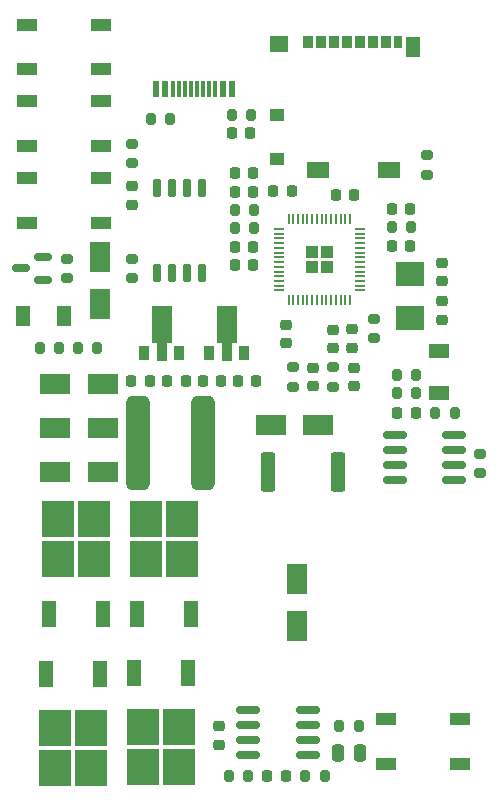
<source format=gbr>
%TF.GenerationSoftware,KiCad,Pcbnew,(6.99.0-874-g7b84e0a7d9-dirty)*%
%TF.CreationDate,2022-02-16T19:00:37-05:00*%
%TF.ProjectId,MotorcycleBatterIsolator,4d6f746f-7263-4796-936c-654261747465,rev?*%
%TF.SameCoordinates,Original*%
%TF.FileFunction,Paste,Top*%
%TF.FilePolarity,Positive*%
%FSLAX46Y46*%
G04 Gerber Fmt 4.6, Leading zero omitted, Abs format (unit mm)*
G04 Created by KiCad (PCBNEW (6.99.0-874-g7b84e0a7d9-dirty)) date 2022-02-16 19:00:37*
%MOMM*%
%LPD*%
G01*
G04 APERTURE LIST*
G04 Aperture macros list*
%AMRoundRect*
0 Rectangle with rounded corners*
0 $1 Rounding radius*
0 $2 $3 $4 $5 $6 $7 $8 $9 X,Y pos of 4 corners*
0 Add a 4 corners polygon primitive as box body*
4,1,4,$2,$3,$4,$5,$6,$7,$8,$9,$2,$3,0*
0 Add four circle primitives for the rounded corners*
1,1,$1+$1,$2,$3*
1,1,$1+$1,$4,$5*
1,1,$1+$1,$6,$7*
1,1,$1+$1,$8,$9*
0 Add four rect primitives between the rounded corners*
20,1,$1+$1,$2,$3,$4,$5,0*
20,1,$1+$1,$4,$5,$6,$7,0*
20,1,$1+$1,$6,$7,$8,$9,0*
20,1,$1+$1,$8,$9,$2,$3,0*%
%AMFreePoly0*
4,1,9,3.862500,-0.866500,0.737500,-0.866500,0.737500,-0.450000,-0.737500,-0.450000,-0.737500,0.450000,0.737500,0.450000,0.737500,0.866500,3.862500,0.866500,3.862500,-0.866500,3.862500,-0.866500,$1*%
G04 Aperture macros list end*
%ADD10RoundRect,0.225000X-0.225000X-0.250000X0.225000X-0.250000X0.225000X0.250000X-0.225000X0.250000X0*%
%ADD11RoundRect,0.150000X0.825000X0.150000X-0.825000X0.150000X-0.825000X-0.150000X0.825000X-0.150000X0*%
%ADD12RoundRect,0.200000X0.200000X0.275000X-0.200000X0.275000X-0.200000X-0.275000X0.200000X-0.275000X0*%
%ADD13RoundRect,0.225000X-0.250000X0.225000X-0.250000X-0.225000X0.250000X-0.225000X0.250000X0.225000X0*%
%ADD14R,0.900000X1.300000*%
%ADD15FreePoly0,90.000000*%
%ADD16RoundRect,0.162500X-0.825000X-0.162500X0.825000X-0.162500X0.825000X0.162500X-0.825000X0.162500X0*%
%ADD17RoundRect,0.200000X-0.200000X-0.275000X0.200000X-0.275000X0.200000X0.275000X-0.200000X0.275000X0*%
%ADD18RoundRect,0.200000X0.275000X-0.200000X0.275000X0.200000X-0.275000X0.200000X-0.275000X-0.200000X0*%
%ADD19R,0.600000X1.450000*%
%ADD20R,0.300000X1.450000*%
%ADD21R,0.850000X1.100000*%
%ADD22R,0.750000X1.100000*%
%ADD23R,1.200000X1.000000*%
%ADD24R,1.550000X1.350000*%
%ADD25R,1.900000X1.350000*%
%ADD26R,1.170000X1.800000*%
%ADD27R,2.750000X3.050000*%
%ADD28R,1.200000X2.200000*%
%ADD29RoundRect,0.200000X-0.275000X0.200000X-0.275000X-0.200000X0.275000X-0.200000X0.275000X0.200000X0*%
%ADD30RoundRect,0.225000X0.225000X0.250000X-0.225000X0.250000X-0.225000X-0.250000X0.225000X-0.250000X0*%
%ADD31RoundRect,0.250000X0.250000X0.475000X-0.250000X0.475000X-0.250000X-0.475000X0.250000X-0.475000X0*%
%ADD32R,2.500000X1.800000*%
%ADD33R,1.700000X1.300000*%
%ADD34R,1.300000X1.700000*%
%ADD35RoundRect,0.150000X0.587500X0.150000X-0.587500X0.150000X-0.587500X-0.150000X0.587500X-0.150000X0*%
%ADD36R,1.800000X2.500000*%
%ADD37R,2.400000X2.000000*%
%ADD38R,1.700000X1.000000*%
%ADD39RoundRect,0.218750X0.256250X-0.218750X0.256250X0.218750X-0.256250X0.218750X-0.256250X-0.218750X0*%
%ADD40RoundRect,0.250000X0.292217X-0.292217X0.292217X0.292217X-0.292217X0.292217X-0.292217X-0.292217X0*%
%ADD41RoundRect,0.050000X0.050000X-0.387500X0.050000X0.387500X-0.050000X0.387500X-0.050000X-0.387500X0*%
%ADD42RoundRect,0.050000X0.387500X-0.050000X0.387500X0.050000X-0.387500X0.050000X-0.387500X-0.050000X0*%
%ADD43RoundRect,0.250000X-0.362500X-1.425000X0.362500X-1.425000X0.362500X1.425000X-0.362500X1.425000X0*%
%ADD44RoundRect,0.225000X0.250000X-0.225000X0.250000X0.225000X-0.250000X0.225000X-0.250000X-0.225000X0*%
%ADD45RoundRect,0.500000X0.500000X3.500000X-0.500000X3.500000X-0.500000X-3.500000X0.500000X-3.500000X0*%
%ADD46RoundRect,0.218750X0.218750X0.256250X-0.218750X0.256250X-0.218750X-0.256250X0.218750X-0.256250X0*%
%ADD47RoundRect,0.150000X0.150000X-0.650000X0.150000X0.650000X-0.150000X0.650000X-0.150000X-0.650000X0*%
G04 APERTURE END LIST*
D10*
%TO.C,C11*%
X147025000Y-120700000D03*
X148575000Y-120700000D03*
%TD*%
D11*
%TO.C,U4*%
X152225000Y-143655000D03*
X152225000Y-142385000D03*
X152225000Y-141115000D03*
X152225000Y-139845000D03*
X147275000Y-139845000D03*
X147275000Y-141115000D03*
X147275000Y-142385000D03*
X147275000Y-143655000D03*
%TD*%
D12*
%TO.C,R11*%
X141325000Y-168750000D03*
X139675000Y-168750000D03*
%TD*%
D13*
%TO.C,C1*%
X132367500Y-164525000D03*
X132367500Y-166075000D03*
%TD*%
%TO.C,C22*%
X138000000Y-130535000D03*
X138000000Y-132085000D03*
%TD*%
D12*
%TO.C,R18*%
X135325000Y-122350000D03*
X133675000Y-122350000D03*
%TD*%
D14*
%TO.C,U2*%
X131499999Y-132899999D03*
D15*
X133000000Y-132812500D03*
D14*
X134499999Y-132899999D03*
%TD*%
D16*
%TO.C,U1*%
X134830000Y-163145000D03*
X134830000Y-164415000D03*
X134830000Y-165685000D03*
X134830000Y-166955000D03*
X139905000Y-166955000D03*
X139905000Y-165685000D03*
X139905000Y-164415000D03*
X139905000Y-163145000D03*
%TD*%
D17*
%TO.C,R29*%
X147425000Y-136250000D03*
X149075000Y-136250000D03*
%TD*%
D18*
%TO.C,R15*%
X150000000Y-117825000D03*
X150000000Y-116175000D03*
%TD*%
D19*
%TO.C,J5*%
X133499999Y-110544999D03*
X132699999Y-110544999D03*
D20*
X131499999Y-110544999D03*
X130499999Y-110544999D03*
X129999999Y-110544999D03*
X128999999Y-110544999D03*
D19*
X127799999Y-110544999D03*
X126999999Y-110544999D03*
X126999999Y-110544999D03*
X127799999Y-110544999D03*
D20*
X128499999Y-110544999D03*
X129499999Y-110544999D03*
X130999999Y-110544999D03*
X131999999Y-110544999D03*
D19*
X132699999Y-110544999D03*
X133499999Y-110544999D03*
%TD*%
D10*
%TO.C,C14*%
X136975000Y-119150000D03*
X138525000Y-119150000D03*
%TD*%
D18*
%TO.C,R17*%
X145500000Y-131635000D03*
X145500000Y-129985000D03*
%TD*%
D14*
%TO.C,U6*%
X125999999Y-132899999D03*
D15*
X127500000Y-132812500D03*
D14*
X128999999Y-132899999D03*
%TD*%
D13*
%TO.C,C6*%
X125000000Y-118785000D03*
X125000000Y-120335000D03*
%TD*%
D21*
%TO.C,J2*%
X139894999Y-106609999D03*
X140994999Y-106609999D03*
X142094999Y-106609999D03*
X143194999Y-106609999D03*
X144294999Y-106609999D03*
X145394999Y-106609999D03*
X146494999Y-106609999D03*
D22*
X147544999Y-106609999D03*
D23*
X137259999Y-112759999D03*
X137259999Y-116459999D03*
D24*
X137434999Y-106734999D03*
D25*
X140759999Y-117434999D03*
X146729999Y-117434999D03*
D26*
X148754999Y-106959999D03*
%TD*%
D13*
%TO.C,C10*%
X151250000Y-125285000D03*
X151250000Y-126835000D03*
%TD*%
D27*
%TO.C,Q6*%
X118699999Y-150349999D03*
X121749999Y-150349999D03*
X118699999Y-146999999D03*
X121749999Y-146999999D03*
D28*
X117944999Y-154974999D03*
X122504999Y-154974999D03*
%TD*%
D29*
%TO.C,R10*%
X119500000Y-124925000D03*
X119500000Y-126575000D03*
%TD*%
D30*
%TO.C,C3*%
X132525000Y-135250000D03*
X130975000Y-135250000D03*
%TD*%
D31*
%TO.C,C2*%
X144317500Y-166750000D03*
X142417500Y-166750000D03*
%TD*%
D32*
%TO.C,D1*%
X122499999Y-139249999D03*
X118499999Y-139249999D03*
%TD*%
D33*
%TO.C,D13*%
X150999999Y-132749999D03*
X150999999Y-136249999D03*
%TD*%
D18*
%TO.C,R22*%
X142050000Y-135775000D03*
X142050000Y-134125000D03*
%TD*%
D17*
%TO.C,R23*%
X150675000Y-138000000D03*
X152325000Y-138000000D03*
%TD*%
D34*
%TO.C,D12*%
X119249999Y-129749999D03*
X115749999Y-129749999D03*
%TD*%
D13*
%TO.C,C21*%
X143600000Y-130900000D03*
X143600000Y-132450000D03*
%TD*%
D30*
%TO.C,C12*%
X135275000Y-119250000D03*
X133725000Y-119250000D03*
%TD*%
%TO.C,C15*%
X135275000Y-117700000D03*
X133725000Y-117700000D03*
%TD*%
%TO.C,C16*%
X126500000Y-135250000D03*
X124950000Y-135250000D03*
%TD*%
D10*
%TO.C,C13*%
X142250000Y-119560000D03*
X143800000Y-119560000D03*
%TD*%
D35*
%TO.C,Q7*%
X117437500Y-126700000D03*
X117437500Y-124800000D03*
X115562500Y-125750000D03*
%TD*%
D36*
%TO.C,D8*%
X138999999Y-151999999D03*
X138999999Y-155999999D03*
%TD*%
D10*
%TO.C,C5*%
X133475000Y-114250000D03*
X135025000Y-114250000D03*
%TD*%
D29*
%TO.C,R13*%
X125000000Y-115175000D03*
X125000000Y-116825000D03*
%TD*%
D37*
%TO.C,Y1*%
X148499999Y-129909999D03*
X148499999Y-126209999D03*
%TD*%
D27*
%TO.C,Q3*%
X121524999Y-164674999D03*
X118474999Y-164674999D03*
X121524999Y-168024999D03*
X118474999Y-168024999D03*
D28*
X122279999Y-160049999D03*
X117719999Y-160049999D03*
%TD*%
D38*
%TO.C,SW4*%
X122399999Y-115399999D03*
X116099999Y-115399999D03*
X122399999Y-111599999D03*
X116099999Y-111599999D03*
%TD*%
%TO.C,SW3*%
X122399999Y-121899999D03*
X116099999Y-121899999D03*
X122399999Y-118099999D03*
X116099999Y-118099999D03*
%TD*%
D17*
%TO.C,R12*%
X133175000Y-168750000D03*
X134825000Y-168750000D03*
%TD*%
D36*
%TO.C,D10*%
X122249999Y-128749999D03*
X122249999Y-124749999D03*
%TD*%
D39*
%TO.C,D9*%
X143800000Y-135737500D03*
X143800000Y-134162500D03*
%TD*%
D30*
%TO.C,C4*%
X135525000Y-135250000D03*
X133975000Y-135250000D03*
%TD*%
D32*
%TO.C,D3*%
X122499999Y-142999999D03*
X118499999Y-142999999D03*
%TD*%
D12*
%TO.C,R27*%
X118825000Y-132500000D03*
X117175000Y-132500000D03*
%TD*%
D17*
%TO.C,R20*%
X126600000Y-113060000D03*
X128250000Y-113060000D03*
%TD*%
D10*
%TO.C,C8*%
X147475000Y-138000000D03*
X149025000Y-138000000D03*
%TD*%
D40*
%TO.C,U5*%
X140212500Y-125647500D03*
X141487500Y-125647500D03*
X140212500Y-124372500D03*
X141487500Y-124372500D03*
D41*
X138250000Y-128447500D03*
X138650000Y-128447500D03*
X139050000Y-128447500D03*
X139450000Y-128447500D03*
X139850000Y-128447500D03*
X140250000Y-128447500D03*
X140650000Y-128447500D03*
X141050000Y-128447500D03*
X141450000Y-128447500D03*
X141850000Y-128447500D03*
X142250000Y-128447500D03*
X142650000Y-128447500D03*
X143050000Y-128447500D03*
X143450000Y-128447500D03*
D42*
X144287500Y-127610000D03*
X144287500Y-127210000D03*
X144287500Y-126810000D03*
X144287500Y-126410000D03*
X144287500Y-126010000D03*
X144287500Y-125610000D03*
X144287500Y-125210000D03*
X144287500Y-124810000D03*
X144287500Y-124410000D03*
X144287500Y-124010000D03*
X144287500Y-123610000D03*
X144287500Y-123210000D03*
X144287500Y-122810000D03*
X144287500Y-122410000D03*
D41*
X143450000Y-121572500D03*
X143050000Y-121572500D03*
X142650000Y-121572500D03*
X142250000Y-121572500D03*
X141850000Y-121572500D03*
X141450000Y-121572500D03*
X141050000Y-121572500D03*
X140650000Y-121572500D03*
X140250000Y-121572500D03*
X139850000Y-121572500D03*
X139450000Y-121572500D03*
X139050000Y-121572500D03*
X138650000Y-121572500D03*
X138250000Y-121572500D03*
D42*
X137412500Y-122410000D03*
X137412500Y-122810000D03*
X137412500Y-123210000D03*
X137412500Y-123610000D03*
X137412500Y-124010000D03*
X137412500Y-124410000D03*
X137412500Y-124810000D03*
X137412500Y-125210000D03*
X137412500Y-125610000D03*
X137412500Y-126010000D03*
X137412500Y-126410000D03*
X137412500Y-126810000D03*
X137412500Y-127210000D03*
X137412500Y-127610000D03*
%TD*%
D27*
%TO.C,Q2*%
X128999999Y-164599999D03*
X125949999Y-164599999D03*
X128999999Y-167949999D03*
X125949999Y-167949999D03*
D28*
X129754999Y-159974999D03*
X125194999Y-159974999D03*
%TD*%
D38*
%TO.C,SW1*%
X146467499Y-163899999D03*
X152767499Y-163899999D03*
X146467499Y-167699999D03*
X152767499Y-167699999D03*
%TD*%
D13*
%TO.C,C20*%
X142000000Y-130925000D03*
X142000000Y-132475000D03*
%TD*%
D27*
%TO.C,Q5*%
X126199999Y-150349999D03*
X129249999Y-150349999D03*
X126199999Y-146999999D03*
X129249999Y-146999999D03*
D28*
X125444999Y-154974999D03*
X130004999Y-154974999D03*
%TD*%
D30*
%TO.C,C19*%
X129550000Y-135250000D03*
X128000000Y-135250000D03*
%TD*%
D12*
%TO.C,R1*%
X144192500Y-164500000D03*
X142542500Y-164500000D03*
%TD*%
D43*
%TO.C,R14*%
X136537500Y-143000000D03*
X142462500Y-143000000D03*
%TD*%
D39*
%TO.C,D11*%
X140350000Y-135712500D03*
X140350000Y-134137500D03*
%TD*%
D12*
%TO.C,R21*%
X135075000Y-112750000D03*
X133425000Y-112750000D03*
%TD*%
%TO.C,R26*%
X122075000Y-132500000D03*
X120425000Y-132500000D03*
%TD*%
D30*
%TO.C,C17*%
X135275000Y-123900000D03*
X133725000Y-123900000D03*
%TD*%
D32*
%TO.C,D7*%
X140749999Y-138999999D03*
X136749999Y-138999999D03*
%TD*%
D30*
%TO.C,C9*%
X135275000Y-125450000D03*
X133725000Y-125450000D03*
%TD*%
D10*
%TO.C,C18*%
X147000000Y-123810000D03*
X148550000Y-123810000D03*
%TD*%
D12*
%TO.C,R28*%
X148625000Y-122250000D03*
X146975000Y-122250000D03*
%TD*%
D32*
%TO.C,D2*%
X122499999Y-135499999D03*
X118499999Y-135499999D03*
%TD*%
D44*
%TO.C,C7*%
X151250000Y-130085000D03*
X151250000Y-128535000D03*
%TD*%
D18*
%TO.C,R25*%
X154500000Y-143075000D03*
X154500000Y-141425000D03*
%TD*%
%TO.C,R24*%
X138600000Y-135750000D03*
X138600000Y-134100000D03*
%TD*%
D12*
%TO.C,R19*%
X135325000Y-120800000D03*
X133675000Y-120800000D03*
%TD*%
D38*
%TO.C,SW2*%
X122399999Y-108899999D03*
X116099999Y-108899999D03*
X122399999Y-105099999D03*
X116099999Y-105099999D03*
%TD*%
D45*
%TO.C,R4*%
X131000000Y-140500000D03*
X125500000Y-140500000D03*
%TD*%
D17*
%TO.C,R30*%
X147425000Y-134750000D03*
X149075000Y-134750000D03*
%TD*%
D46*
%TO.C,D6*%
X138037500Y-168750000D03*
X136462500Y-168750000D03*
%TD*%
D29*
%TO.C,R16*%
X125000000Y-124925000D03*
X125000000Y-126575000D03*
%TD*%
D47*
%TO.C,U3*%
X127095000Y-126160000D03*
X128365000Y-126160000D03*
X129635000Y-126160000D03*
X130905000Y-126160000D03*
X130905000Y-118960000D03*
X129635000Y-118960000D03*
X128365000Y-118960000D03*
X127095000Y-118960000D03*
%TD*%
M02*

</source>
